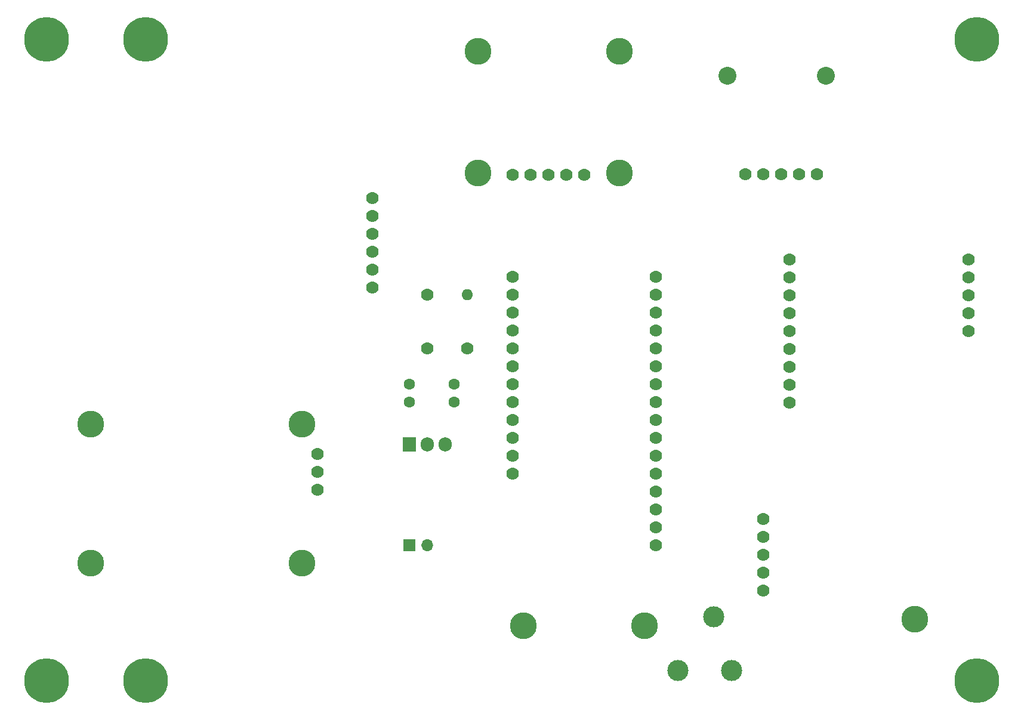
<source format=gbr>
%TF.GenerationSoftware,KiCad,Pcbnew,7.0.10*%
%TF.CreationDate,2024-02-29T23:41:44-05:00*%
%TF.ProjectId,blue-bike-air-pollution-monitor,626c7565-2d62-4696-9b65-2d6169722d70,rev?*%
%TF.SameCoordinates,Original*%
%TF.FileFunction,Soldermask,Top*%
%TF.FilePolarity,Negative*%
%FSLAX46Y46*%
G04 Gerber Fmt 4.6, Leading zero omitted, Abs format (unit mm)*
G04 Created by KiCad (PCBNEW 7.0.10) date 2024-02-29 23:41:44*
%MOMM*%
%LPD*%
G01*
G04 APERTURE LIST*
%ADD10C,6.350000*%
%ADD11C,1.778000*%
%ADD12R,1.700000X1.700000*%
%ADD13O,1.700000X1.700000*%
%ADD14O,1.600000X1.600000*%
%ADD15C,1.600000*%
%ADD16C,3.810000*%
%ADD17C,2.540000*%
%ADD18R,1.905000X2.000000*%
%ADD19O,1.905000X2.000000*%
%ADD20C,3.000000*%
G04 APERTURE END LIST*
D10*
%TO.C,H6*%
X71793100Y-153809700D03*
%TD*%
%TO.C,H5*%
X71793100Y-62801500D03*
%TD*%
D11*
%TO.C,SEN55*%
X103963800Y-97994800D03*
X103963800Y-95454800D03*
X103963800Y-92914800D03*
X103963800Y-90374800D03*
X103963800Y-87834800D03*
X103963800Y-85294800D03*
%TD*%
D12*
%TO.C,BT1*%
X109220000Y-134620000D03*
D13*
X111760000Y-134620000D03*
%TD*%
D11*
%TO.C,R1*%
X117475000Y-106680000D03*
D14*
X117475000Y-99060000D03*
%TD*%
D15*
%TO.C,C2*%
X115570000Y-114260000D03*
X115570000Y-111760000D03*
%TD*%
D10*
%TO.C,H3*%
X57797700Y-153809700D03*
%TD*%
D11*
%TO.C,R2*%
X111760000Y-106680000D03*
X111760000Y-99060000D03*
%TD*%
D15*
%TO.C,C1*%
X109220000Y-114260000D03*
X109220000Y-111760000D03*
%TD*%
D10*
%TO.C,H2*%
X189801500Y-62801500D03*
%TD*%
D11*
%TO.C,ESP32-WROOM-32E1*%
X123875800Y-96520000D03*
X123875800Y-99060000D03*
X123875800Y-101600000D03*
X123875800Y-104140000D03*
X123875800Y-106680000D03*
X123875800Y-109220000D03*
X123875800Y-111760000D03*
X123875800Y-114300000D03*
X123875800Y-116840000D03*
X123875800Y-119380000D03*
X123875800Y-121920000D03*
X123875800Y-124460000D03*
X144195800Y-134620000D03*
X144195800Y-132080000D03*
X144195800Y-129540000D03*
X144195800Y-127000000D03*
X144195800Y-124460000D03*
X144195800Y-121920000D03*
X144195800Y-119380000D03*
X144195800Y-116840000D03*
X144195800Y-114300000D03*
X144195800Y-111760000D03*
X144195800Y-109220000D03*
X144195800Y-106680000D03*
X144195800Y-104140000D03*
X144195800Y-101600000D03*
X144195800Y-99060000D03*
X144195800Y-96520000D03*
D16*
X125437900Y-146011900D03*
X142633700Y-146011900D03*
%TD*%
D11*
%TO.C,Methane1*%
X96189800Y-121640600D03*
X96189800Y-124180600D03*
X96189800Y-126720600D03*
D16*
X64033400Y-117424200D03*
X93980000Y-117424200D03*
X64033400Y-137160000D03*
X93980000Y-137160000D03*
%TD*%
D11*
%TO.C,Accelerometer1*%
X156945000Y-81915000D03*
X159485000Y-81915000D03*
X162025000Y-81915000D03*
X164565000Y-81915000D03*
X167105000Y-81915000D03*
D17*
X154405000Y-67945000D03*
X168375000Y-67945000D03*
%TD*%
D18*
%TO.C,U1*%
X109220000Y-120325000D03*
D19*
X111760000Y-120325000D03*
X114300000Y-120325000D03*
%TD*%
D10*
%TO.C,H1*%
X57797700Y-62801500D03*
%TD*%
D20*
%TO.C,5V1*%
X154940000Y-152400000D03*
%TD*%
D11*
%TO.C,GPS1*%
X159412000Y-130910000D03*
X159412000Y-133450000D03*
X159412000Y-135990000D03*
X159412000Y-138530000D03*
X159412000Y-141070000D03*
D16*
X180963900Y-145121300D03*
%TD*%
D11*
%TO.C,LoraWAN1*%
X163168000Y-94080000D03*
X163168000Y-96620000D03*
X163168000Y-99160000D03*
X163168000Y-101700000D03*
X163168000Y-104240000D03*
X163168000Y-106780000D03*
X163168000Y-109320000D03*
X163168000Y-111860000D03*
X163168000Y-114400000D03*
X188568000Y-104240000D03*
X188568000Y-101700000D03*
X188568000Y-99160000D03*
X188568000Y-96620000D03*
X188568000Y-94080000D03*
%TD*%
D10*
%TO.C,H4*%
X189801500Y-153809700D03*
%TD*%
D20*
%TO.C,3.3V1*%
X147320000Y-152400000D03*
%TD*%
D11*
%TO.C,CO2*%
X123875000Y-82045000D03*
X126415000Y-82045000D03*
X128955000Y-82045000D03*
X131495000Y-82045000D03*
X134035000Y-82045000D03*
D16*
X118998200Y-64468200D03*
X139010860Y-64468200D03*
X118998200Y-81780840D03*
X139010860Y-81780840D03*
%TD*%
D20*
%TO.C,GND1*%
X152400000Y-144780000D03*
%TD*%
M02*

</source>
